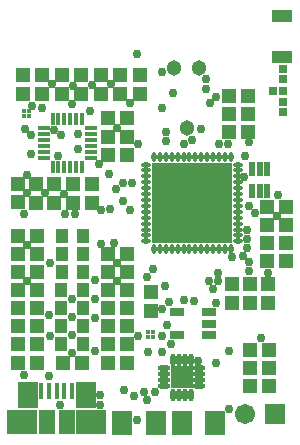
<source format=gts>
%FSLAX25Y25*%
%MOIN*%
G70*
G01*
G75*
G04 Layer_Color=8388736*
%ADD10R,0.03937X0.03740*%
%ADD11R,0.25984X0.25984*%
%ADD12O,0.00945X0.02362*%
%ADD13O,0.02362X0.00945*%
%ADD14R,0.02165X0.02362*%
%ADD15R,0.02362X0.02165*%
%ADD16R,0.03740X0.03937*%
%ADD17C,0.00984*%
%ADD18R,0.01772X0.05433*%
%ADD19R,0.09350X0.07480*%
%ADD20R,0.04606X0.07480*%
%ADD21R,0.05807X0.08268*%
%ADD22R,0.03150X0.00984*%
%ADD23R,0.00984X0.03150*%
%ADD24R,0.03937X0.02165*%
%ADD25R,0.04134X0.02362*%
%ADD26R,0.06693X0.06693*%
%ADD27O,0.03347X0.01102*%
%ADD28O,0.01102X0.03347*%
%ADD29R,0.03150X0.03740*%
%ADD30R,0.06299X0.07087*%
%ADD31R,0.01378X0.03937*%
%ADD32R,0.06299X0.03150*%
%ADD33C,0.01200*%
%ADD34C,0.00800*%
%ADD35C,0.01500*%
%ADD36C,0.02000*%
%ADD37C,0.01000*%
%ADD38C,0.01826*%
%ADD39R,0.04000X0.04100*%
%ADD40R,0.01300X0.04400*%
%ADD41R,0.04000X0.04200*%
%ADD42C,0.05906*%
%ADD43R,0.05906X0.05906*%
%ADD44C,0.02200*%
%ADD45C,0.04331*%
%ADD46C,0.05000*%
%ADD47C,0.04000*%
%ADD48R,0.06728X0.02402*%
%ADD49C,0.03098*%
%ADD50R,0.02362X0.03937*%
%ADD51R,0.03937X0.02362*%
%ADD52R,0.07500X0.05500*%
%ADD53R,0.07100X0.05500*%
%ADD54R,0.05500X0.07500*%
%ADD55R,0.03200X0.05900*%
%ADD56R,0.04724X0.04331*%
%ADD57R,0.05906X0.03150*%
%ADD58R,0.02402X0.06728*%
%ADD59C,0.01800*%
%ADD60C,0.01181*%
%ADD61C,0.01969*%
%ADD62R,0.02362X0.02362*%
%ADD63C,0.00394*%
%ADD64C,0.00591*%
%ADD65C,0.00787*%
%ADD66C,0.00315*%
%ADD67C,0.00400*%
%ADD68C,0.00600*%
%ADD69C,0.00700*%
%ADD70R,0.04737X0.04540*%
%ADD71R,0.26784X0.26784*%
%ADD72O,0.01745X0.03162*%
%ADD73O,0.03162X0.01745*%
%ADD74R,0.02965X0.03162*%
%ADD75R,0.03162X0.02965*%
%ADD76R,0.04540X0.04737*%
%ADD77C,0.01784*%
%ADD78R,0.10150X0.08280*%
%ADD79R,0.05406X0.08280*%
%ADD80R,0.06607X0.09068*%
%ADD81R,0.03950X0.01784*%
%ADD82R,0.01784X0.03950*%
%ADD83R,0.04737X0.02965*%
%ADD84R,0.04934X0.03162*%
%ADD85R,0.07493X0.07493*%
%ADD86O,0.04147X0.01902*%
%ADD87O,0.01902X0.04147*%
%ADD88R,0.03950X0.04540*%
%ADD89R,0.07099X0.07887*%
%ADD90R,0.02178X0.04737*%
%ADD91R,0.07099X0.03950*%
%ADD92C,0.06706*%
%ADD93R,0.06706X0.06706*%
%ADD94C,0.03000*%
%ADD95C,0.05131*%
%ADD96C,0.05800*%
%ADD97C,0.04800*%
D18*
X245893Y303265D02*
D03*
X240775D02*
D03*
X251011D02*
D03*
X248452D02*
D03*
X243334D02*
D03*
D70*
X316750Y304700D02*
D03*
X310450D02*
D03*
X309750Y389600D02*
D03*
X303450D02*
D03*
X316750Y310700D02*
D03*
X310450D02*
D03*
X239150Y312400D02*
D03*
X232850D02*
D03*
X269150Y387800D02*
D03*
X262850D02*
D03*
X269150Y381800D02*
D03*
X262850D02*
D03*
X239150Y348900D02*
D03*
X232850D02*
D03*
X239150Y342700D02*
D03*
X232850D02*
D03*
Y336700D02*
D03*
X239150D02*
D03*
X232850Y330700D02*
D03*
X239150D02*
D03*
Y324700D02*
D03*
X232850D02*
D03*
X239150Y318700D02*
D03*
X232850D02*
D03*
X262850Y348700D02*
D03*
X269150D02*
D03*
X262850Y342700D02*
D03*
X269150D02*
D03*
X262850Y336700D02*
D03*
X269150D02*
D03*
X262850Y330700D02*
D03*
X269150D02*
D03*
Y324700D02*
D03*
X262850D02*
D03*
X269150Y318700D02*
D03*
X262850D02*
D03*
X247850Y312300D02*
D03*
X254150D02*
D03*
X262850D02*
D03*
X269150D02*
D03*
Y394000D02*
D03*
X262850D02*
D03*
X322350Y352300D02*
D03*
X316050D02*
D03*
Y346300D02*
D03*
X322350D02*
D03*
X309750Y401600D02*
D03*
X303450D02*
D03*
X309750Y395600D02*
D03*
X303450D02*
D03*
X322350Y364300D02*
D03*
X316050D02*
D03*
X322350Y358300D02*
D03*
X316050D02*
D03*
X232850Y354900D02*
D03*
X239150D02*
D03*
X310350Y316700D02*
D03*
X316650D02*
D03*
D71*
X291100Y365800D02*
D03*
D72*
X292084Y381154D02*
D03*
X294053D02*
D03*
X296021D02*
D03*
X297990D02*
D03*
X299958D02*
D03*
X301927D02*
D03*
X303895D02*
D03*
X290116D02*
D03*
X288147D02*
D03*
X286179D02*
D03*
X284210D02*
D03*
X282242D02*
D03*
X280273D02*
D03*
X278305D02*
D03*
Y350446D02*
D03*
X280273D02*
D03*
X282242D02*
D03*
X284210D02*
D03*
X286179D02*
D03*
X288147D02*
D03*
X290116D02*
D03*
X303895D02*
D03*
X301927D02*
D03*
X299958D02*
D03*
X297990D02*
D03*
X296021D02*
D03*
X294053D02*
D03*
X292084D02*
D03*
D73*
X306454Y353005D02*
D03*
Y354973D02*
D03*
Y356942D02*
D03*
Y358910D02*
D03*
Y360879D02*
D03*
Y362847D02*
D03*
Y364816D02*
D03*
Y378595D02*
D03*
Y376627D02*
D03*
Y374658D02*
D03*
Y372690D02*
D03*
Y370721D02*
D03*
Y368753D02*
D03*
Y366784D02*
D03*
X275746Y353005D02*
D03*
Y354973D02*
D03*
Y356942D02*
D03*
Y358910D02*
D03*
Y360879D02*
D03*
Y362847D02*
D03*
Y364816D02*
D03*
Y378595D02*
D03*
Y376627D02*
D03*
Y374658D02*
D03*
Y372690D02*
D03*
Y370721D02*
D03*
Y368753D02*
D03*
Y366784D02*
D03*
D74*
X321200Y407227D02*
D03*
Y410573D02*
D03*
Y399473D02*
D03*
Y396127D02*
D03*
D75*
X321173Y403100D02*
D03*
X317827D02*
D03*
D76*
X277400Y335950D02*
D03*
Y329650D02*
D03*
X310400Y338650D02*
D03*
Y332350D02*
D03*
X304300Y338650D02*
D03*
Y332350D02*
D03*
X239100Y365850D02*
D03*
Y372150D02*
D03*
X251300Y365850D02*
D03*
Y372150D02*
D03*
X247500Y408350D02*
D03*
Y402050D02*
D03*
X267000Y402150D02*
D03*
Y408450D02*
D03*
X234500Y408350D02*
D03*
Y402050D02*
D03*
X273500Y402150D02*
D03*
Y408450D02*
D03*
X254000Y408350D02*
D03*
Y402050D02*
D03*
X260500Y408450D02*
D03*
Y402150D02*
D03*
X241000Y408350D02*
D03*
Y402050D02*
D03*
X245100Y365850D02*
D03*
Y372150D02*
D03*
X257500Y365850D02*
D03*
Y372150D02*
D03*
X232800Y372250D02*
D03*
Y365950D02*
D03*
X316400Y338750D02*
D03*
Y332450D02*
D03*
D77*
X277987Y321213D02*
D03*
X276413D02*
D03*
Y322787D02*
D03*
X277987D02*
D03*
X236587Y394913D02*
D03*
X235013D02*
D03*
Y396487D02*
D03*
X236587D02*
D03*
D78*
X234426Y292792D02*
D03*
X257360D02*
D03*
D79*
X249180D02*
D03*
X242605D02*
D03*
D80*
X255588Y301847D02*
D03*
X236198D02*
D03*
D81*
X257274Y380879D02*
D03*
Y382847D02*
D03*
Y384816D02*
D03*
Y386784D02*
D03*
Y388753D02*
D03*
Y390721D02*
D03*
X241526D02*
D03*
Y388753D02*
D03*
Y386784D02*
D03*
Y384816D02*
D03*
Y382847D02*
D03*
Y380879D02*
D03*
D82*
X244479Y393674D02*
D03*
X246447D02*
D03*
X248416D02*
D03*
X250384D02*
D03*
X252353D02*
D03*
X254321D02*
D03*
Y377926D02*
D03*
X252353D02*
D03*
X250384D02*
D03*
X248416D02*
D03*
X246447D02*
D03*
X244479D02*
D03*
D83*
X285985Y321860D02*
D03*
Y329340D02*
D03*
D84*
X296615D02*
D03*
Y321860D02*
D03*
Y325600D02*
D03*
D85*
X287600Y307700D02*
D03*
D86*
X281793Y308684D02*
D03*
Y306716D02*
D03*
Y304747D02*
D03*
Y310653D02*
D03*
X293407D02*
D03*
Y304747D02*
D03*
Y306716D02*
D03*
Y308684D02*
D03*
D87*
X288584Y313507D02*
D03*
X286616D02*
D03*
X284647D02*
D03*
X290553D02*
D03*
Y301893D02*
D03*
X284647D02*
D03*
X286616D02*
D03*
X288584D02*
D03*
D88*
X247557Y348900D02*
D03*
X254643D02*
D03*
X247557Y342700D02*
D03*
X254643D02*
D03*
X254543Y336700D02*
D03*
X247457D02*
D03*
X254543Y330700D02*
D03*
X247457D02*
D03*
Y324700D02*
D03*
X254543D02*
D03*
X247457Y318700D02*
D03*
X254543D02*
D03*
X254643Y354900D02*
D03*
X247557D02*
D03*
D89*
X278812Y292600D02*
D03*
X267788D02*
D03*
X287588D02*
D03*
X298612D02*
D03*
D90*
X313559Y369913D02*
D03*
X311000D02*
D03*
X316118D02*
D03*
Y377000D02*
D03*
X311000D02*
D03*
X313559D02*
D03*
D91*
X321100Y427993D02*
D03*
Y414607D02*
D03*
D92*
X308600Y295500D02*
D03*
D93*
X318600D02*
D03*
D94*
X260600Y352200D02*
D03*
X284000Y318900D02*
D03*
X268200Y303500D02*
D03*
X280800Y316000D02*
D03*
X276000Y300100D02*
D03*
X252000Y362100D02*
D03*
X291500Y333200D02*
D03*
X296500Y339700D02*
D03*
X299500Y339800D02*
D03*
Y342600D02*
D03*
X297900Y337200D02*
D03*
X308400Y374600D02*
D03*
X308600Y381600D02*
D03*
X308000Y348200D02*
D03*
X310100Y364800D02*
D03*
X312100Y362400D02*
D03*
X316400Y342500D02*
D03*
X270300Y363400D02*
D03*
X268000Y366500D02*
D03*
X263700Y363700D02*
D03*
X319200Y361300D02*
D03*
X309400Y350700D02*
D03*
Y353700D02*
D03*
X309300Y356700D02*
D03*
X309800Y386000D02*
D03*
X319600Y368300D02*
D03*
X258600Y340000D02*
D03*
X244300Y405300D02*
D03*
X257700Y405100D02*
D03*
X263800Y405300D02*
D03*
X243200Y328300D02*
D03*
X243500Y321500D02*
D03*
X234900Y308600D02*
D03*
X243300Y308200D02*
D03*
X282000Y338000D02*
D03*
X266000Y345700D02*
D03*
X246300Y381600D02*
D03*
X237300Y382200D02*
D03*
X251300Y404900D02*
D03*
X241000Y397600D02*
D03*
X271500Y301500D02*
D03*
X247000Y298600D02*
D03*
X260300D02*
D03*
X251000Y333700D02*
D03*
Y327700D02*
D03*
Y321800D02*
D03*
X237400Y388400D02*
D03*
X236000Y351900D02*
D03*
X265900Y339800D02*
D03*
X258700Y333700D02*
D03*
X258500Y327500D02*
D03*
X260400Y301700D02*
D03*
X258600Y316500D02*
D03*
X251000Y315800D02*
D03*
X272900Y321300D02*
D03*
X281000Y409400D02*
D03*
X278000Y343700D02*
D03*
X276000Y341200D02*
D03*
X272600Y415300D02*
D03*
X237600Y398200D02*
D03*
X253000Y388900D02*
D03*
Y383700D02*
D03*
X250900Y398900D02*
D03*
X256900Y396600D02*
D03*
X284500Y402400D02*
D03*
X281100Y397400D02*
D03*
X270200Y399100D02*
D03*
X295700Y407100D02*
D03*
X298900Y401200D02*
D03*
X295500Y403900D02*
D03*
X296900Y399200D02*
D03*
X291000Y386700D02*
D03*
X282400Y389300D02*
D03*
Y386400D02*
D03*
X288300Y385300D02*
D03*
X293900Y390300D02*
D03*
X266000Y390900D02*
D03*
X273000Y385300D02*
D03*
X236100Y375200D02*
D03*
X248200Y368900D02*
D03*
X235200Y390400D02*
D03*
X244800Y390100D02*
D03*
X247400Y388600D02*
D03*
X270900Y372600D02*
D03*
X268000Y372500D02*
D03*
X265600Y370600D02*
D03*
X234900Y362200D02*
D03*
X248600Y362100D02*
D03*
X235900Y369100D02*
D03*
X242100Y369000D02*
D03*
X260000Y378700D02*
D03*
X260600Y363600D02*
D03*
X300100Y385600D02*
D03*
X303000D02*
D03*
X263200Y375400D02*
D03*
X236000Y339700D02*
D03*
X243600Y345700D02*
D03*
X264800Y352600D02*
D03*
X272700Y293400D02*
D03*
X288400Y333300D02*
D03*
X278700Y302700D02*
D03*
X292947Y313207D02*
D03*
X303200Y297200D02*
D03*
X309900Y346100D02*
D03*
X304400Y347700D02*
D03*
X309800Y343100D02*
D03*
X283200Y332800D02*
D03*
X274800Y302800D02*
D03*
X276400Y316200D02*
D03*
X281000Y321400D02*
D03*
X282600Y325200D02*
D03*
X281100Y330500D02*
D03*
X298900Y332500D02*
D03*
X299000Y312600D02*
D03*
X303400Y316400D02*
D03*
X313900Y320700D02*
D03*
D95*
X289300Y390700D02*
D03*
X293300Y410700D02*
D03*
X284946D02*
D03*
D96*
X283800Y357700D02*
D03*
X283600Y373400D02*
D03*
X298400Y372700D02*
D03*
X297600Y357500D02*
D03*
X291200Y364700D02*
D03*
D97*
X287600Y307700D02*
D03*
M02*

</source>
